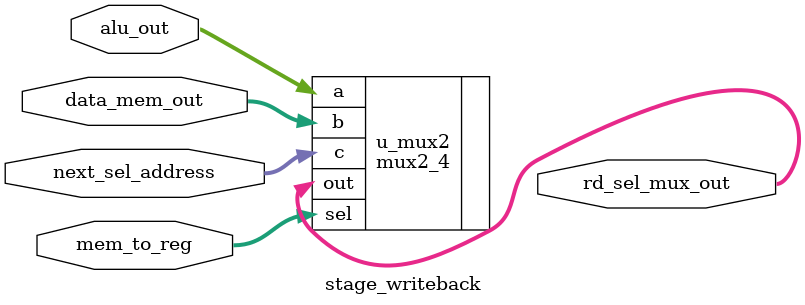
<source format=sv>
module stage_writeback (
    input wire [ 1:0] mem_to_reg,
    input wire [31:0] alu_out,
    input wire [31:0] data_mem_out,
    input wire [31:0] next_sel_address,

    output wire [31:0] rd_sel_mux_out
);

  //WRITE BACK MUX
  mux2_4 u_mux2 (
      .a  (alu_out),
      .b  (data_mem_out),
      .c  (next_sel_address),
      .sel(mem_to_reg),
      .out(rd_sel_mux_out)
  );
endmodule


</source>
